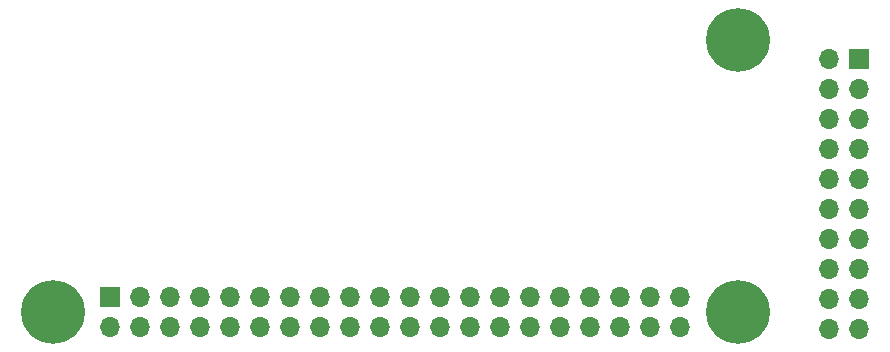
<source format=gbs>
%TF.GenerationSoftware,KiCad,Pcbnew,8.0.8*%
%TF.CreationDate,2025-02-15T01:37:48-07:00*%
%TF.ProjectId,ECE Capstone PCB Design,45434520-4361-4707-9374-6f6e65205043,rev?*%
%TF.SameCoordinates,Original*%
%TF.FileFunction,Soldermask,Bot*%
%TF.FilePolarity,Negative*%
%FSLAX46Y46*%
G04 Gerber Fmt 4.6, Leading zero omitted, Abs format (unit mm)*
G04 Created by KiCad (PCBNEW 8.0.8) date 2025-02-15 01:37:48*
%MOMM*%
%LPD*%
G01*
G04 APERTURE LIST*
%ADD10C,5.400000*%
%ADD11R,1.700000X1.700000*%
%ADD12O,1.700000X1.700000*%
G04 APERTURE END LIST*
D10*
%TO.C,*%
X258174874Y-116750000D03*
%TD*%
D11*
%TO.C,REF\u002A\u002A*%
X204974900Y-138525000D03*
D12*
X204974900Y-141065000D03*
X207514900Y-138525000D03*
X207514900Y-141065000D03*
X210054900Y-138525000D03*
X210054900Y-141065000D03*
X212594900Y-138525000D03*
X212594900Y-141065000D03*
X215134900Y-138525000D03*
X215134900Y-141065000D03*
X217674900Y-138525000D03*
X217674900Y-141065000D03*
X220214900Y-138525000D03*
X220214900Y-141065000D03*
X222754900Y-138525000D03*
X222754900Y-141065000D03*
X225294900Y-138525000D03*
X225294900Y-141065000D03*
X227834900Y-138525000D03*
X227834900Y-141065000D03*
X230374900Y-138525000D03*
X230374900Y-141065000D03*
X232914900Y-138525000D03*
X232914900Y-141065000D03*
X235454900Y-138525000D03*
X235454900Y-141065000D03*
X237994900Y-138525000D03*
X237994900Y-141065000D03*
X240534900Y-138525000D03*
X240534900Y-141065000D03*
X243074900Y-138525000D03*
X243074900Y-141065000D03*
X245614900Y-138525000D03*
X245614900Y-141065000D03*
X248154900Y-138525000D03*
X248154900Y-141065000D03*
X250694900Y-138525000D03*
X250694900Y-141065000D03*
X253234900Y-138525000D03*
X253234900Y-141065000D03*
%TD*%
D11*
%TO.C,REF\u002A\u002A*%
X268400000Y-118390000D03*
D12*
X265860000Y-118390000D03*
X268400000Y-120930000D03*
X265860000Y-120930000D03*
X268400000Y-123470000D03*
X265860000Y-123470000D03*
X268400000Y-126010000D03*
X265860000Y-126010000D03*
X268400000Y-128550000D03*
X265860000Y-128550000D03*
X268400000Y-131090000D03*
X265860000Y-131090000D03*
X268400000Y-133630000D03*
X265860000Y-133630000D03*
X268400000Y-136170000D03*
X265860000Y-136170000D03*
X268400000Y-138710000D03*
X265860000Y-138710000D03*
X268400000Y-141250000D03*
X265860000Y-141250000D03*
%TD*%
D10*
%TO.C,*%
X258149874Y-139750000D03*
%TD*%
%TO.C,*%
X200149874Y-139750000D03*
%TD*%
M02*

</source>
